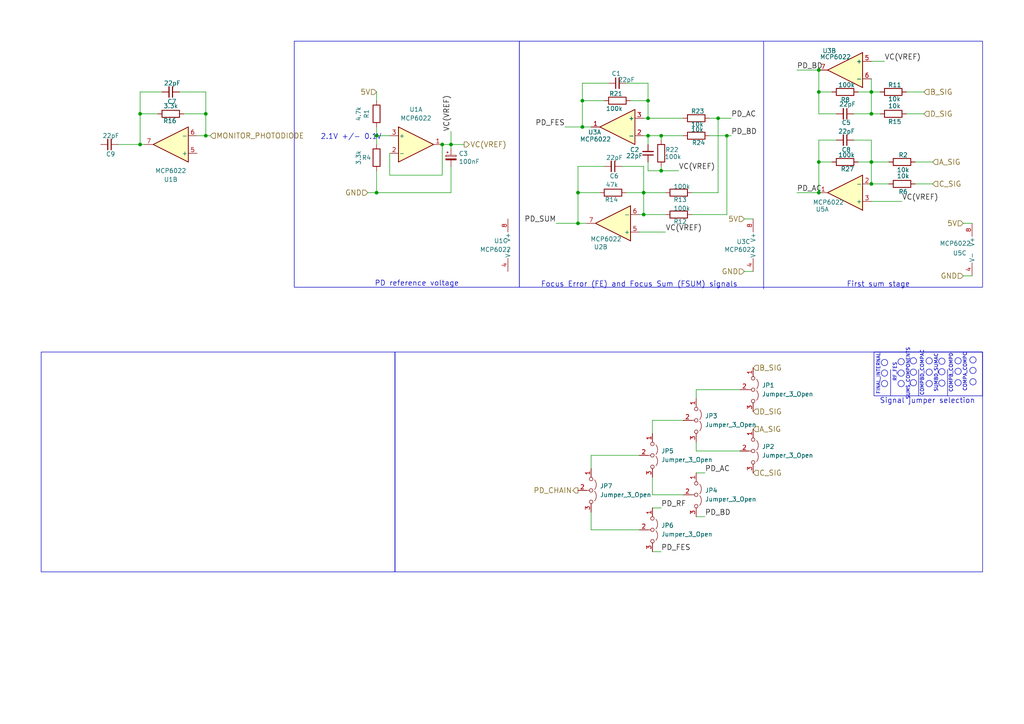
<source format=kicad_sch>
(kicad_sch (version 20231120) (generator "eeschema") (generator_version "8.0")
  (paper "A4")
  (lib_symbols
    (symbol "Amplifier_Operational:MCP6022" (pin_names (offset 0.127))
      (property "Reference" "U" (at 0 5.08 0))
      (property "Value" "MCP6022" (at 0 -5.08 0))
      (symbol "MCP6022_1_1"
        (polyline (pts (xy -5.08 5.08) (xy 5.08 0) (xy -5.08 -5.08) (xy -5.08 5.08)) (stroke (width 0.254)) (fill (type background)))
        (pin output line (at 7.62 0 180) (length 2.54) (name "~") (number "1"))
        (pin input line (at -7.62 -2.54 0) (length 2.54) (name "-") (number "2"))
        (pin input line (at -7.62 2.54 0) (length 2.54) (name "+") (number "3"))
      )
      (symbol "MCP6022_2_1"
        (polyline (pts (xy -5.08 5.08) (xy 5.08 0) (xy -5.08 -5.08) (xy -5.08 5.08)) (stroke (width 0.254)) (fill (type background)))
        (pin input line (at -7.62 2.54 0) (length 2.54) (name "+") (number "5"))
        (pin input line (at -7.62 -2.54 0) (length 2.54) (name "-") (number "6"))
        (pin output line (at 7.62 0 180) (length 2.54) (name "~") (number "7"))
      )
      (symbol "MCP6022_3_1"
        (pin power_in line (at -2.54 -7.62 90) (length 3.81) (name "V-") (number "4"))
        (pin power_in line (at -2.54 7.62 270) (length 3.81) (name "V+") (number "8"))
      )
    )
    (symbol "DVDLaserScanner-rescue:CP_Small" (pin_numbers hide) (pin_names (offset 0.254) hide)
      (property "Reference" "C" (at 0.254 1.778 0))
      (property "Value" "CP_Small" (at 0.254 -2.032 0))
      (symbol "CP_Small_0_1"
        (rectangle (start -1.524 -0.3048) (end 1.524 -0.6858) (fill (type outline)))
        (rectangle (start -1.524 0.6858) (end 1.524 0.3048))
        (polyline (pts (xy -1.27 1.524) (xy -0.762 1.524)))
        (polyline (pts (xy -1.016 1.27) (xy -1.016 1.778)))
      )
      (symbol "CP_Small_1_1"
        (pin passive line (at 0 2.54 270) (length 1.8542) (name "~") (number "1"))
        (pin passive line (at 0 -2.54 90) (length 1.8542) (name "~") (number "2"))
      )
    )
    (symbol "DVDLaserScanner-rescue:C_Small" (pin_numbers hide) (pin_names (offset 0.254) hide)
      (property "Reference" "C" (at 0.254 1.778 0))
      (property "Value" "C_Small" (at 0.254 -2.032 0))
      (symbol "C_Small_0_1"
        (polyline (pts (xy -1.524 -0.508) (xy 1.524 -0.508)) (stroke (width 0.3302)))
        (polyline (pts (xy -1.524 0.508) (xy 1.524 0.508)) (stroke (width 0.3048)))
      )
      (symbol "C_Small_1_1"
        (pin passive line (at 0 2.54 270) (length 2.032) (name "~") (number "1"))
        (pin passive line (at 0 -2.54 90) (length 2.032) (name "~") (number "2"))
      )
    )
    (symbol "DVDLaserScanner-rescue:R" (pin_numbers hide) (pin_names (offset 0))
      (property "Reference" "R" (at 2.032 0 90))
      (property "Value" "R" (at 0 0 90))
      (symbol "R_0_1"
        (rectangle (start -1.016 -2.54) (end 1.016 2.54) (stroke (width 0.254)))
      )
      (symbol "R_1_1"
        (pin passive line (at 0 3.81 270) (length 1.27) (name "~") (number "1"))
        (pin passive line (at 0 -3.81 90) (length 1.27) (name "~") (number "2"))
      )
    )
    (symbol "Jumper:Jumper_3_Open" (pin_names (offset 0) hide) (exclude_from_sim yes) (in_bom no)
      (property "Reference" "JP" (at -2.54 -2.54 0))
      (property "Value" "Jumper_3_Open" (at 0 2.794 0))
      (symbol "Jumper_3_Open_0_0"
        (circle (center -3.302 0) (radius 0.508))
        (circle (center 0 0) (radius 0.508))
        (circle (center 3.302 0) (radius 0.508))
      )
      (symbol "Jumper_3_Open_0_1"
        (arc (start -0.254 1.016) (mid -1.651 1.4992) (end -3.048 1.016))
        (polyline (pts (xy 0 -0.508) (xy 0 -1.27)))
        (arc (start 3.048 1.016) (mid 1.651 1.4992) (end 0.254 1.016))
      )
      (symbol "Jumper_3_Open_1_1"
        (pin passive line (at -6.35 0 0) (length 2.54) (name "A") (number "1"))
        (pin passive line (at 0 -3.81 90) (length 2.54) (name "C") (number "2"))
        (pin passive line (at 6.35 0 180) (length 2.54) (name "B") (number "3"))
      )
    )
  )
  (junction (at 252.73 46.99))
  (junction (at 40.64 33.02))
  (junction (at 130.81 41.91))
  (junction (at 210.82 39.37))
  (junction (at 128.27 41.91))
  (junction (at 59.69 39.37))
  (junction (at 109.22 55.88))
  (junction (at 167.64 55.88))
  (junction (at 252.73 33.02))
  (junction (at 237.49 26.67))
  (junction (at 187.96 39.37))
  (junction (at 237.49 20.32))
  (junction (at 191.77 49.53))
  (junction (at 186.69 55.88))
  (junction (at 252.73 53.34))
  (junction (at 168.91 29.21))
  (junction (at 109.22 39.37))
  (junction (at 168.91 36.83))
  (junction (at 208.28 34.29))
  (junction (at 237.49 46.99))
  (junction (at 186.69 62.23))
  (junction (at 59.69 33.02))
  (junction (at 40.64 41.91))
  (junction (at 191.77 39.37))
  (junction (at 252.73 26.67))
  (junction (at 167.64 64.77))
  (junction (at 187.96 34.29))
  (junction (at 237.49 55.88))
  (junction (at 187.96 29.21))
  (wire (pts (xy 248.92 46.99) (xy 252.73 46.99)))
  (wire (pts (xy 189.23 147.32) (xy 191.77 147.32)))
  (wire (pts (xy 252.73 46.99) (xy 252.73 53.34)))
  (wire (pts (xy 185.42 153.67) (xy 171.45 153.67)))
  (wire (pts (xy 181.61 24.13) (xy 187.96 24.13)))
  (wire (pts (xy 247.65 33.02) (xy 252.73 33.02)))
  (wire (pts (xy 210.82 62.23) (xy 210.82 39.37)))
  (wire (pts (xy 59.69 33.02) (xy 53.34 33.02)))
  (wire (pts (xy 128.27 41.91) (xy 130.81 41.91)))
  (wire (pts (xy 247.65 40.64) (xy 252.73 40.64)))
  (wire (pts (xy 167.64 55.88) (xy 167.64 64.77)))
  (polyline (pts (xy 274.828 107.188) (xy 274.828 114.808)))
  (wire (pts (xy 189.23 160.02) (xy 191.77 160.02)))
  (wire (pts (xy 185.42 62.23) (xy 186.69 62.23)))
  (wire (pts (xy 191.77 39.37) (xy 191.77 40.64)))
  (wire (pts (xy 187.96 29.21) (xy 187.96 34.29)))
  (wire (pts (xy 40.64 41.91) (xy 41.91 41.91)))
  (wire (pts (xy 59.69 39.37) (xy 59.69 33.02)))
  (wire (pts (xy 171.45 135.89) (xy 171.45 132.08)))
  (wire (pts (xy 241.3 46.99) (xy 237.49 46.99)))
  (wire (pts (xy 214.63 113.03) (xy 201.93 113.03)))
  (wire (pts (xy 214.63 130.81) (xy 201.93 130.81)))
  (wire (pts (xy 210.82 39.37) (xy 212.09 39.37)))
  (wire (pts (xy 167.64 48.26) (xy 175.26 48.26)))
  (wire (pts (xy 252.73 40.64) (xy 252.73 46.99)))
  (wire (pts (xy 267.97 26.67) (xy 262.89 26.67)))
  (wire (pts (xy 113.03 50.8) (xy 128.27 50.8)))
  (wire (pts (xy 252.73 58.42) (xy 261.62 58.42)))
  (wire (pts (xy 205.74 34.29) (xy 208.28 34.29)))
  (wire (pts (xy 173.99 55.88) (xy 167.64 55.88)))
  (wire (pts (xy 161.29 64.77) (xy 167.64 64.77)))
  (wire (pts (xy 237.49 40.64) (xy 237.49 46.99)))
  (wire (pts (xy 255.27 33.02) (xy 252.73 33.02)))
  (wire (pts (xy 191.77 39.37) (xy 198.12 39.37)))
  (wire (pts (xy 237.49 26.67) (xy 237.49 33.02)))
  (wire (pts (xy 59.69 26.67) (xy 59.69 33.02)))
  (wire (pts (xy 181.61 55.88) (xy 186.69 55.88)))
  (wire (pts (xy 109.22 26.67) (xy 109.22 29.21)))
  (wire (pts (xy 242.57 40.64) (xy 237.49 40.64)))
  (wire (pts (xy 270.51 46.99) (xy 265.43 46.99)))
  (wire (pts (xy 262.89 33.02) (xy 267.97 33.02)))
  (wire (pts (xy 237.49 46.99) (xy 237.49 55.88)))
  (wire (pts (xy 186.69 39.37) (xy 187.96 39.37)))
  (wire (pts (xy 171.45 153.67) (xy 171.45 148.59)))
  (wire (pts (xy 180.34 48.26) (xy 186.69 48.26)))
  (wire (pts (xy 163.83 36.83) (xy 168.91 36.83)))
  (wire (pts (xy 218.44 63.5) (xy 215.9 63.5)))
  (wire (pts (xy 113.03 44.45) (xy 113.03 50.8)))
  (wire (pts (xy 248.92 26.67) (xy 252.73 26.67)))
  (wire (pts (xy 176.53 24.13) (xy 168.91 24.13)))
  (wire (pts (xy 252.73 17.78) (xy 256.54 17.78)))
  (wire (pts (xy 201.93 149.86) (xy 204.47 149.86)))
  (wire (pts (xy 205.74 39.37) (xy 210.82 39.37)))
  (wire (pts (xy 189.23 125.73) (xy 189.23 121.92)))
  (wire (pts (xy 128.27 50.8) (xy 128.27 41.91)))
  (wire (pts (xy 201.93 130.81) (xy 201.93 128.27)))
  (wire (pts (xy 109.22 36.83) (xy 109.22 39.37)))
  (wire (pts (xy 191.77 48.26) (xy 191.77 49.53)))
  (wire (pts (xy 46.99 26.67) (xy 40.64 26.67)))
  (wire (pts (xy 252.73 26.67) (xy 252.73 33.02)))
  (wire (pts (xy 106.68 55.88) (xy 109.22 55.88)))
  (wire (pts (xy 40.64 33.02) (xy 40.64 41.91)))
  (wire (pts (xy 186.69 48.26) (xy 186.69 55.88)))
  (wire (pts (xy 168.91 29.21) (xy 168.91 36.83)))
  (wire (pts (xy 198.12 143.51) (xy 189.23 143.51)))
  (wire (pts (xy 201.93 137.16) (xy 204.47 137.16)))
  (polyline (pts (xy 221.488 11.938) (xy 221.488 83.82)))
  (wire (pts (xy 237.49 26.67) (xy 241.3 26.67)))
  (wire (pts (xy 255.27 26.67) (xy 252.73 26.67)))
  (wire (pts (xy 130.81 48.26) (xy 130.81 55.88)))
  (wire (pts (xy 257.81 53.34) (xy 252.73 53.34)))
  (polyline (pts (xy 258.318 107.188) (xy 258.318 114.808)))
  (wire (pts (xy 252.73 22.86) (xy 252.73 26.67)))
  (wire (pts (xy 186.69 55.88) (xy 193.04 55.88)))
  (wire (pts (xy 130.81 41.91) (xy 134.62 41.91)))
  (wire (pts (xy 187.96 29.21) (xy 182.88 29.21)))
  (wire (pts (xy 34.29 41.91) (xy 40.64 41.91)))
  (wire (pts (xy 167.64 64.77) (xy 170.18 64.77)))
  (wire (pts (xy 200.66 55.88) (xy 208.28 55.88)))
  (wire (pts (xy 237.49 20.32) (xy 237.49 26.67)))
  (wire (pts (xy 40.64 26.67) (xy 40.64 33.02)))
  (wire (pts (xy 279.4 80.01) (xy 281.94 80.01)))
  (wire (pts (xy 45.72 33.02) (xy 40.64 33.02)))
  (wire (pts (xy 186.69 34.29) (xy 187.96 34.29)))
  (wire (pts (xy 208.28 34.29) (xy 212.09 34.29)))
  (wire (pts (xy 168.91 24.13) (xy 168.91 29.21)))
  (wire (pts (xy 185.42 67.31) (xy 193.04 67.31)))
  (wire (pts (xy 215.9 78.74) (xy 218.44 78.74)))
  (wire (pts (xy 187.96 41.91) (xy 187.96 39.37)))
  (wire (pts (xy 187.96 24.13) (xy 187.96 29.21)))
  (wire (pts (xy 130.81 38.1) (xy 130.81 41.91)))
  (wire (pts (xy 130.81 41.91) (xy 130.81 43.18)))
  (wire (pts (xy 191.77 49.53) (xy 196.85 49.53)))
  (wire (pts (xy 59.69 39.37) (xy 60.96 39.37)))
  (wire (pts (xy 187.96 34.29) (xy 198.12 34.29)))
  (wire (pts (xy 109.22 49.53) (xy 109.22 55.88)))
  (wire (pts (xy 187.96 46.99) (xy 187.96 49.53)))
  (wire (pts (xy 279.4 64.77) (xy 281.94 64.77)))
  (polyline (pts (xy 266.446 107.188) (xy 266.446 114.808)))
  (wire (pts (xy 231.14 20.32) (xy 237.49 20.32)))
  (wire (pts (xy 171.45 132.08) (xy 185.42 132.08)))
  (wire (pts (xy 189.23 121.92) (xy 198.12 121.92)))
  (wire (pts (xy 242.57 33.02) (xy 237.49 33.02)))
  (wire (pts (xy 57.15 39.37) (xy 59.69 39.37)))
  (wire (pts (xy 201.93 113.03) (xy 201.93 115.57)))
  (wire (pts (xy 109.22 39.37) (xy 113.03 39.37)))
  (wire (pts (xy 187.96 49.53) (xy 191.77 49.53)))
  (wire (pts (xy 200.66 62.23) (xy 210.82 62.23)))
  (wire (pts (xy 189.23 143.51) (xy 189.23 138.43)))
  (wire (pts (xy 186.69 55.88) (xy 186.69 62.23)))
  (wire (pts (xy 109.22 55.88) (xy 130.81 55.88)))
  (wire (pts (xy 252.73 46.99) (xy 257.81 46.99)))
  (wire (pts (xy 168.91 36.83) (xy 171.45 36.83)))
  (wire (pts (xy 187.96 39.37) (xy 191.77 39.37)))
  (wire (pts (xy 231.14 55.88) (xy 237.49 55.88)))
  (wire (pts (xy 167.64 48.26) (xy 167.64 55.88)))
  (wire (pts (xy 186.69 62.23) (xy 193.04 62.23)))
  (wire (pts (xy 208.28 55.88) (xy 208.28 34.29)))
  (wire (pts (xy 52.07 26.67) (xy 59.69 26.67)))
  (wire (pts (xy 168.91 29.21) (xy 175.26 29.21)))
  (wire (pts (xy 265.43 53.34) (xy 270.51 53.34)))
  (wire (pts (xy 109.22 39.37) (xy 109.22 41.91)))
  (circle (center 282.194 110.744) (radius 0.9158))
  (rectangle (start 253.492 102.108) (end 284.988 114.808))
  (circle (center 269.494 107.95) (radius 0.9158))
  (circle (center 277.876 107.696) (radius 0.9158))
  (circle (center 273.177 107.823) (radius 0.9158))
  (circle (center 282.194 104.394) (radius 0.9158))
  (circle (center 277.876 104.648) (radius 0.9158))
  (circle (center 273.177 111.125) (radius 0.9158))
  (rectangle (start 11.938 102.108) (end 114.554 165.862))
  (circle (center 256.54 108.204) (radius 0.9158))
  (circle (center 282.194 107.442) (radius 0.9158))
  (rectangle (start 85.344 11.938) (end 150.622 83.312))
  (rectangle (start 114.554 102.108) (end 284.988 165.862))
  (circle (center 273.177 104.775) (radius 0.9158))
  (circle (center 269.494 104.648) (radius 0.9158))
  (rectangle (start 150.622 11.938) (end 284.988 83.312))
  (circle (center 277.876 110.998) (radius 0.9158))
  (circle (center 264.922 104.648) (radius 0.9158))
  (circle (center 264.922 110.998) (radius 0.9158))
  (circle (center 256.54 111.252) (radius 0.9158))
  (circle (center 256.54 105.156) (radius 0.9158))
  (circle (center 261.366 104.902) (radius 0.9158))
  (circle (center 261.366 108.204) (radius 0.9158))
  (circle (center 261.366 111.252) (radius 0.9158))
  (circle (center 269.494 111.252) (radius 0.9158))
  (circle (center 264.922 107.95) (radius 0.9158))
  (text "COMPBD_COMPAC" (at 267.462 108.204 90) (effects (font (size 1.016 1.016))))
  (text "COMPB_COMPD" (at 275.844 108.204 90) (effects (font (size 1.016 1.016))))
  (text "2.1V +/- 0.1V" (at 92.964 40.64 0) (effects (font (size 1.524 1.524)) (justify left bottom)))
  (text "Focus Error (FE) and Focus Sum (FSUM) signals" (at 185.42 82.55 0) (effects (font (size 1.524 1.524))))
  (text "RF_FES" (at 259.588 107.95 90) (effects (font (size 1.016 1.016))))
  (text "Signal jumper selection" (at 268.986 116.332 0) (effects (font (size 1.524 1.524))))
  (text "First sum stage" (at 254.762 82.55 0) (effects (font (size 1.524 1.524))))
  (text "PD reference voltage" (at 120.904 82.296 0) (effects (font (size 1.524 1.524))))
  (text "SUMBD_SUMAC" (at 271.526 108.204 90) (effects (font (size 1.016 1.016))))
  (text "FINAL_INTERNAL\n" (at 254.762 108.458 90) (effects (font (size 1.016 1.016))))
  (text "COMPA_COMPC" (at 279.908 107.95 90) (effects (font (size 1.016 1.016))))
  (text "SUMS_COMPONENTS\n" (at 263.398 108.458 90) (effects (font (size 1.016 1.016))))
  (label "PD_FES" (at 191.77 160.02 0) (effects (font (size 1.524 1.524))))
  (label "PD_RF" (at 191.77 147.32 0) (effects (font (size 1.524 1.524))))
  (label "VC(VREF)" (at 193.04 67.31 0) (effects (font (size 1.524 1.524))))
  (label "VC(VREF)" (at 261.62 58.42 0) (effects (font (size 1.524 1.524))))
  (label "VC(VREF)" (at 196.85 49.53 0) (effects (font (size 1.524 1.524))))
  (label "PD_BD" (at 212.09 39.37 0) (effects (font (size 1.524 1.524))))
  (label "VC(VREF)" (at 130.81 38.1 90) (effects (font (size 1.524 1.524))))
  (label "PD_FES" (at 163.83 36.83 180) (effects (font (size 1.524 1.524))))
  (label "PD_SUM" (at 161.29 64.77 180) (effects (font (size 1.524 1.524))))
  (label "PD_AC" (at 231.14 55.88 0) (effects (font (size 1.524 1.524))))
  (label "PD_AC" (at 204.47 137.16 0) (effects (font (size 1.524 1.524))))
  (label "PD_BD" (at 204.47 149.86 0) (effects (font (size 1.524 1.524))))
  (label "VC(VREF)" (at 256.54 17.78 0) (effects (font (size 1.524 1.524))))
  (label "PD_AC" (at 212.09 34.29 0) (effects (font (size 1.524 1.524))))
  (label "PD_BD" (at 231.14 20.32 0) (effects (font (size 1.524 1.524))))
  (hierarchical_label "5V" (shape input) (at 215.9 63.5 180) (effects (font (size 1.524 1.524))))
  (hierarchical_label "A_SIG" (shape input) (at 270.51 46.99 0) (effects (font (size 1.524 1.524))))
  (hierarchical_label "5V" (shape input) (at 109.22 26.67 180) (effects (font (size 1.524 1.524))))
  (hierarchical_label "C_SIG" (shape input) (at 218.44 137.16 0) (effects (font (size 1.524 1.524))))
  (hierarchical_label "MONITOR_PHOTODIODE" (shape input) (at 60.96 39.37 0) (effects (font (size 1.524 1.524))))
  (hierarchical_label "A_SIG" (shape input) (at 218.44 124.46 0) (effects (font (size 1.524 1.524))))
  (hierarchical_label "GND" (shape input) (at 106.68 55.88 180) (effects (font (size 1.524 1.524))))
  (hierarchical_label "VC(VREF)" (shape output) (at 134.62 41.91 0) (effects (font (size 1.524 1.524))))
  (hierarchical_label "PD_CHAIN" (shape output) (at 167.64 142.24 180) (effects (font (size 1.524 1.524))))
  (hierarchical_label "GND" (shape input) (at 279.4 80.01 180) (effects (font (size 1.524 1.524))))
  (hierarchical_label "D_SIG" (shape input) (at 218.44 119.38 0) (effects (font (size 1.524 1.524))))
  (hierarchical_label "B_SIG" (shape input) (at 267.97 26.67 0) (effects (font (size 1.524 1.524))))
  (hierarchical_label "B_SIG" (shape input) (at 218.44 106.68 0) (effects (font (size 1.524 1.524))))
  (hierarchical_label "D_SIG" (shape input) (at 267.97 33.02 0) (effects (font (size 1.524 1.524))))
  (hierarchical_label "5V" (shape input) (at 279.4 64.77 180) (effects (font (size 1.524 1.524))))
  (hierarchical_label "C_SIG" (shape input) (at 270.51 53.34 0) (effects (font (size 1.524 1.524))))
  (hierarchical_label "GND" (shape input) (at 215.9 78.74 180) (effects (font (size 1.524 1.524))))
  (symbol (lib_id "DVDLaserScanner-rescue:R") (at 201.93 39.37 270) (unit 1)
    (property "Reference" "R24" (at 200.66 41.402 90) (effects (justify left)))
    (property "Value" "10k" (at 200.406 37.592 90) (effects (justify left)))
    (property "Footprint" "GaudiLabsFootPrints:0805G" (effects (hide yes)))
  )
  (symbol (lib_id "Jumper:Jumper_3_Open") (at 189.23 132.08 270) (unit 1) (exclude_from_sim yes) (in_bom no)
    (property "Reference" "JP5" (at 191.77 130.8099 90) (effects (justify left)))
    (property "Value" "Jumper_3_Open" (at 191.77 133.3499 90) (effects (justify left)))
    (property "Description" "Jumper, 3-pole, both open" (effects (hide yes)))
  )
  (symbol (lib_id "Amplifier_Operational:MCP6022") (at 149.86 71.12 0) (unit 3)
    (property "Reference" "U1" (at 143.256 69.85 0) (effects (justify left)))
    (property "Value" "MCP6022" (at 139.192 72.39 0) (effects (justify left)))
    (property "Datasheet" "http://ww1.microchip.com/downloads/en/devicedoc/20001685e.pdf" (effects (hide yes)))
    (property "Description" "Dual Operational Amplifiers, Rail-to-Rail Input/Output, DIP-8/SOIC-8/TSSOP-8" (effects (hide yes)))
  )
  (symbol (lib_id "DVDLaserScanner-rescue:R") (at 259.08 33.02 270) (unit 1)
    (property "Reference" "R15" (at 257.556 35.306 90) (effects (justify left)))
    (property "Value" "10k" (at 257.556 30.734 90) (effects (justify left)))
    (property "Footprint" "GaudiLabsFootPrints:0805G" (effects (hide yes)))
  )
  (symbol (lib_id "DVDLaserScanner-rescue:R") (at 259.08 26.67 270) (unit 1)
    (property "Reference" "R11" (at 257.556 24.638 90) (effects (justify left)))
    (property "Value" "10k" (at 257.556 28.702 90) (effects (justify left)))
    (property "Footprint" "GaudiLabsFootPrints:0805G" (effects (hide yes)))
  )
  (symbol (lib_id "Amplifier_Operational:MCP6022") (at 245.11 55.88 180) (unit 1)
    (property "Reference" "U5" (at 238.506 60.706 0))
    (property "Value" "MCP6022" (at 240.284 58.674 0))
    (property "Datasheet" "http://ww1.microchip.com/downloads/en/devicedoc/20001685e.pdf" (effects (hide yes)))
    (property "Description" "Dual Operational Amplifiers, Rail-to-Rail Input/Output, DIP-8/SOIC-8/TSSOP-8" (effects (hide yes)))
  )
  (symbol (lib_id "Jumper:Jumper_3_Open") (at 218.44 113.03 270) (unit 1) (exclude_from_sim yes) (in_bom no)
    (property "Reference" "JP1" (at 220.98 111.7599 90) (effects (justify left)))
    (property "Value" "Jumper_3_Open" (at 220.98 114.2999 90) (effects (justify left)))
    (property "Description" "Jumper, 3-pole, both open" (effects (hide yes)))
  )
  (symbol (lib_id "DVDLaserScanner-rescue:R") (at 196.85 55.88 270) (mirror x) (unit 1)
    (property "Reference" "R13" (at 195.326 57.912 90) (effects (justify left)))
    (property "Value" "100k" (at 195.326 54.102 90) (effects (justify left)))
    (property "Footprint" "GaudiLabsFootPrints:0805G" (effects (hide yes)))
  )
  (symbol (lib_id "Jumper:Jumper_3_Open") (at 171.45 142.24 270) (unit 1) (exclude_from_sim yes) (in_bom no)
    (property "Reference" "JP7" (at 173.99 140.9699 90) (effects (justify left)))
    (property "Value" "Jumper_3_Open" (at 173.99 143.5099 90) (effects (justify left)))
    (property "Description" "Jumper, 3-pole, both open" (effects (hide yes)))
  )
  (symbol (lib_id "DVDLaserScanner-rescue:C_Small") (at 187.96 44.45 180) (unit 1)
    (property "Reference" "C2" (at 185.42 43.434 0) (effects (justify left)))
    (property "Value" "22pF" (at 186.436 45.212 0) (effects (justify left)))
    (property "Footprint" "GaudiLabsFootPrints:0805G" (effects (hide yes)))
  )
  (symbol (lib_id "DVDLaserScanner-rescue:C_Small") (at 49.53 26.67 270) (unit 1)
    (property "Reference" "C7" (at 48.514 29.464 90) (effects (justify left)))
    (property "Value" "22pF" (at 47.498 24.13 90) (effects (justify left)))
    (property "Footprint" "GaudiLabsFootPrints:0805G" (effects (hide yes)))
  )
  (symbol (lib_id "Amplifier_Operational:MCP6022") (at 120.65 41.91 0) (unit 1)
    (property "Reference" "U1" (at 120.65 31.75 0))
    (property "Value" "MCP6022" (at 120.65 34.29 0))
    (property "Datasheet" "http://ww1.microchip.com/downloads/en/devicedoc/20001685e.pdf" (effects (hide yes)))
    (property "Description" "Dual Operational Amplifiers, Rail-to-Rail Input/Output, DIP-8/SOIC-8/TSSOP-8" (effects (hide yes)))
  )
  (symbol (lib_id "DVDLaserScanner-rescue:R") (at 245.11 26.67 270) (unit 1)
    (property "Reference" "R8" (at 243.84 28.956 90) (effects (justify left)))
    (property "Value" "100k" (at 243.078 24.638 90) (effects (justify left)))
    (property "Footprint" "GaudiLabsFootPrints:0805G" (effects (hide yes)))
  )
  (symbol (lib_id "DVDLaserScanner-rescue:R") (at 245.11 46.99 270) (unit 1)
    (property "Reference" "R27" (at 243.84 49.022 90) (effects (justify left)))
    (property "Value" "100k" (at 243.078 44.958 90) (effects (justify left)))
    (property "Footprint" "GaudiLabsFootPrints:0805G" (effects (hide yes)))
  )
  (symbol (lib_id "DVDLaserScanner-rescue:C_Small") (at 177.8 48.26 270) (unit 1)
    (property "Reference" "C6" (at 176.784 51.054 90) (effects (justify left)))
    (property "Value" "22pF" (at 175.768 45.72 90) (effects (justify left)))
    (property "Footprint" "GaudiLabsFootPrints:0805G" (effects (hide yes)))
  )
  (symbol (lib_id "DVDLaserScanner-rescue:R") (at 109.22 45.72 180) (unit 1)
    (property "Reference" "R4" (at 106.299 45.72 0))
    (property "Value" "3.3k" (at 103.9876 45.72 90))
    (property "Footprint" "GaudiLabsFootPrints:0805G" (effects (hide yes)))
  )
  (symbol (lib_id "Amplifier_Operational:MCP6022") (at 179.07 36.83 0) (mirror y) (unit 1)
    (property "Reference" "U3" (at 172.466 38.354 0))
    (property "Value" "MCP6022" (at 172.72 40.386 0))
    (property "Datasheet" "http://ww1.microchip.com/downloads/en/devicedoc/20001685e.pdf" (effects (hide yes)))
    (property "Description" "Dual Operational Amplifiers, Rail-to-Rail Input/Output, DIP-8/SOIC-8/TSSOP-8" (effects (hide yes)))
  )
  (symbol (lib_id "Jumper:Jumper_3_Open") (at 201.93 121.92 270) (unit 1) (exclude_from_sim yes) (in_bom no)
    (property "Reference" "JP3" (at 204.47 120.6499 90) (effects (justify left)))
    (property "Value" "Jumper_3_Open" (at 204.47 123.1899 90) (effects (justify left)))
    (property "Description" "Jumper, 3-pole, both open" (effects (hide yes)))
  )
  (symbol (lib_id "DVDLaserScanner-rescue:R") (at 261.62 53.34 270) (unit 1)
    (property "Reference" "R6" (at 260.604 55.626 90) (effects (justify left)))
    (property "Value" "10k" (at 260.096 51.054 90) (effects (justify left)))
    (property "Footprint" "GaudiLabsFootPrints:0805G" (effects (hide yes)))
  )
  (symbol (lib_id "DVDLaserScanner-rescue:R") (at 179.07 29.21 90) (unit 1)
    (property "Reference" "R21" (at 180.594 27.178 90) (effects (justify left)))
    (property "Value" "100k" (at 180.594 31.496 90) (effects (justify left)))
    (property "Footprint" "GaudiLabsFootPrints:0805G" (effects (hide yes)))
  )
  (symbol (lib_id "DVDLaserScanner-rescue:C_Small") (at 245.11 33.02 270) (unit 1)
    (property "Reference" "C5" (at 244.094 35.56 90) (effects (justify left)))
    (property "Value" "22pF" (at 243.332 30.226 90) (effects (justify left)))
    (property "Footprint" "GaudiLabsFootPrints:0805G" (effects (hide yes)))
  )
  (symbol (lib_id "Amplifier_Operational:MCP6022") (at 49.53 41.91 180) (unit 2)
    (property "Reference" "U1" (at 49.53 52.07 0))
    (property "Value" "MCP6022" (at 49.53 49.53 0))
    (property "Datasheet" "http://ww1.microchip.com/downloads/en/devicedoc/20001685e.pdf" (effects (hide yes)))
    (property "Description" "Dual Operational Amplifiers, Rail-to-Rail Input/Output, DIP-8/SOIC-8/TSSOP-8" (effects (hide yes)))
  )
  (symbol (lib_id "DVDLaserScanner-rescue:R") (at 177.8 55.88 90) (mirror x) (unit 1)
    (property "Reference" "R14" (at 179.324 57.912 90) (effects (justify left)))
    (property "Value" "47k" (at 179.324 53.594 90) (effects (justify left)))
    (property "Footprint" "GaudiLabsFootPrints:0805G" (effects (hide yes)))
  )
  (symbol (lib_id "DVDLaserScanner-rescue:R") (at 201.93 34.29 270) (unit 1)
    (property "Reference" "R23" (at 200.406 32.258 90) (effects (justify left)))
    (property "Value" "10k" (at 200.406 36.068 90) (effects (justify left)))
    (property "Footprint" "GaudiLabsFootPrints:0805G" (effects (hide yes)))
  )
  (symbol (lib_id "Amplifier_Operational:MCP6022") (at 215.9 71.12 0) (mirror y) (unit 3)
    (property "Reference" "U3" (at 213.614 70.104 0) (effects (justify right)))
    (property "Value" "MCP6022" (at 210.058 72.39 0) (effects (justify right)))
    (property "Datasheet" "http://ww1.microchip.com/downloads/en/devicedoc/20001685e.pdf" (effects (hide yes)))
    (property "Description" "Dual Operational Amplifiers, Rail-to-Rail Input/Output, DIP-8/SOIC-8/TSSOP-8" (effects (hide yes)))
  )
  (symbol (lib_id "DVDLaserScanner-rescue:R") (at 191.77 44.45 180) (unit 1)
    (property "Reference" "R22" (at 196.85 43.434 0) (effects (justify left)))
    (property "Value" "100k" (at 197.612 45.466 0) (effects (justify left)))
    (property "Footprint" "GaudiLabsFootPrints:0805G" (effects (hide yes)))
  )
  (symbol (lib_id "DVDLaserScanner-rescue:R") (at 196.85 62.23 270) (mirror x) (unit 1)
    (property "Reference" "R12" (at 195.326 64.262 90) (effects (justify left)))
    (property "Value" "100k" (at 195.326 60.452 90) (effects (justify left)))
    (property "Footprint" "GaudiLabsFootPrints:0805G" (effects (hide yes)))
  )
  (symbol (lib_id "Amplifier_Operational:MCP6022") (at 284.48 72.39 0) (unit 3)
    (property "Reference" "U5" (at 276.352 73.406 0) (effects (justify left)))
    (property "Value" "MCP6022" (at 272.542 70.612 0) (effects (justify left)))
    (property "Datasheet" "http://ww1.microchip.com/downloads/en/devicedoc/20001685e.pdf" (effects (hide yes)))
    (property "Description" "Dual Operational Amplifiers, Rail-to-Rail Input/Output, DIP-8/SOIC-8/TSSOP-8" (effects (hide yes)))
  )
  (symbol (lib_id "DVDLaserScanner-rescue:R") (at 261.62 46.99 270) (unit 1)
    (property "Reference" "R2" (at 260.604 44.958 90) (effects (justify left)))
    (property "Value" "10k" (at 260.096 49.276 90) (effects (justify left)))
    (property "Footprint" "GaudiLabsFootPrints:0805G" (effects (hide yes)))
  )
  (symbol (lib_id "Jumper:Jumper_3_Open") (at 201.93 143.51 270) (unit 1) (exclude_from_sim yes) (in_bom no)
    (property "Reference" "JP4" (at 204.47 142.2399 90) (effects (justify left)))
    (property "Value" "Jumper_3_Open" (at 204.47 144.7799 90) (effects (justify left)))
    (property "Description" "Jumper, 3-pole, both open" (effects (hide yes)))
  )
  (symbol (lib_id "DVDLaserScanner-rescue:C_Small") (at 245.11 40.64 270) (unit 1)
    (property "Reference" "C8" (at 244.094 43.434 90) (effects (justify left)))
    (property "Value" "22pF" (at 243.078 38.1 90) (effects (justify left)))
    (property "Footprint" "GaudiLabsFootPrints:0805G" (effects (hide yes)))
  )
  (symbol (lib_id "Amplifier_Operational:MCP6022") (at 245.11 20.32 0) (mirror y) (unit 2)
    (property "Reference" "U3" (at 240.538 14.732 0))
    (property "Value" "MCP6022" (at 242.316 16.51 0))
    (property "Datasheet" "http://ww1.microchip.com/downloads/en/devicedoc/20001685e.pdf" (effects (hide yes)))
    (property "Description" "Dual Operational Amplifiers, Rail-to-Rail Input/Output, DIP-8/SOIC-8/TSSOP-8" (effects (hide yes)))
  )
  (symbol (lib_id "DVDLaserScanner-rescue:C_Small") (at 31.75 41.91 270) (unit 1)
    (property "Reference" "C9" (at 30.734 44.704 90) (effects (justify left)))
    (property "Value" "22pF" (at 29.718 39.37 90) (effects (justify left)))
    (property "Footprint" "GaudiLabsFootPrints:0805G" (effects (hide yes)))
  )
  (symbol (lib_id "Jumper:Jumper_3_Open") (at 189.23 153.67 270) (unit 1) (exclude_from_sim yes) (in_bom no)
    (property "Reference" "JP6" (at 191.77 152.3999 90) (effects (justify left)))
    (property "Value" "Jumper_3_Open" (at 191.77 154.9399 90) (effects (justify left)))
    (property "Description" "Jumper, 3-pole, both open" (effects (hide yes)))
  )
  (symbol (lib_id "DVDLaserScanner-rescue:C_Small") (at 179.07 24.13 90) (unit 1)
    (property "Reference" "C1" (at 180.086 21.336 90) (effects (justify left)))
    (property "Value" "22pF" (at 184.15 23.114 90) (effects (justify left)))
    (property "Footprint" "GaudiLabsFootPrints:0805G" (effects (hide yes)))
  )
  (symbol (lib_id "DVDLaserScanner-rescue:R") (at 109.22 33.02 180) (unit 1)
    (property "Reference" "R1" (at 106.299 33.02 90))
    (property "Value" "4.7k" (at 103.9876 33.02 90))
    (property "Footprint" "GaudiLabsFootPrints:0805G" (effects (hide yes)))
  )
  (symbol (lib_id "DVDLaserScanner-rescue:CP_Small") (at 130.81 45.72 0) (unit 1)
    (property "Reference" "C3" (at 133.0452 44.5516 0) (effects (justify left)))
    (property "Value" "100nF" (at 133.0452 46.863 0) (effects (justify left)))
    (property "Footprint" "Capacitors_SMD:C_1210_HandSoldering" (effects (hide yes)))
  )
  (symbol (lib_id "Jumper:Jumper_3_Open") (at 218.44 130.81 270) (unit 1) (exclude_from_sim yes) (in_bom no)
    (property "Reference" "JP2" (at 220.98 129.5399 90) (effects (justify left)))
    (property "Value" "Jumper_3_Open" (at 220.98 132.0799 90) (effects (justify left)))
    (property "Description" "Jumper, 3-pole, both open" (effects (hide yes)))
  )
  (symbol (lib_id "Amplifier_Operational:MCP6022") (at 177.8 64.77 180) (unit 2)
    (property "Reference" "U2" (at 174.244 71.628 0))
    (property "Value" "MCP6022" (at 175.768 69.342 0))
    (property "Datasheet" "http://ww1.microchip.com/downloads/en/devicedoc/20001685e.pdf" (effects (hide yes)))
    (property "Description" "Dual Operational Amplifiers, Rail-to-Rail Input/Output, DIP-8/SOIC-8/TSSOP-8" (effects (hide yes)))
  )
  (symbol (lib_id "DVDLaserScanner-rescue:R") (at 49.53 33.02 270) (unit 1)
    (property "Reference" "R16" (at 49.276 35.052 90))
    (property "Value" "3.3k" (at 49.53 30.734 90))
    (property "Footprint" "GaudiLabsFootPrints:0805G" (effects (hide yes)))
  )
)
</source>
